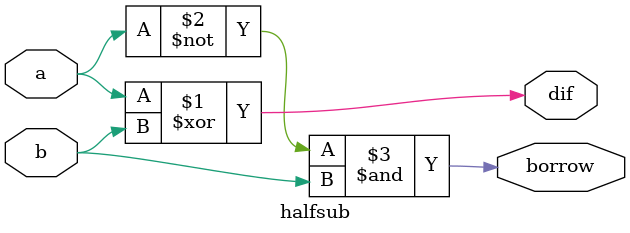
<source format=v>
`timescale 1ns / 1ps

module halfsub(
input a,b,
output dif,borrow
);
assign dif =a^b;
assign borrow=~(a)&b;

endmodule

</source>
